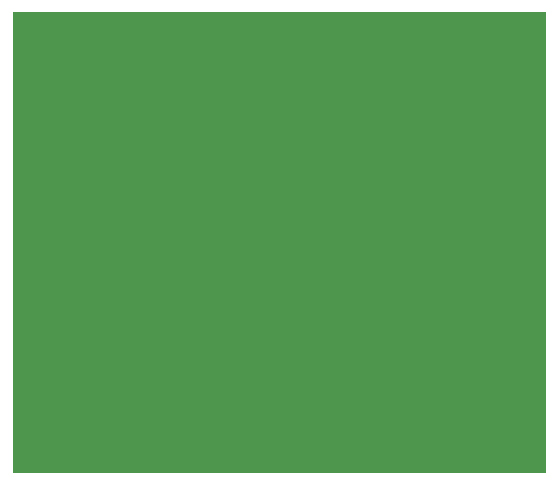
<source format=gtl>
%FSDAX23Y23*%
%MOIN*%
%SFA1B1*%

%IPPOS*%
%ADD10C,0.009843*%
%ADD11R,0.035433X0.027559*%
%ADD12C,0.019685*%
%ADD13C,0.011811*%
%ADD14O,0.078740X0.074803*%
%ADD15C,0.078740*%
%ADD16R,0.078740X0.078740*%
G36*
X05718Y03161D02*
X03942D01*
Y04700*
X05718*
Y03161*
G37*
M02*
</source>
